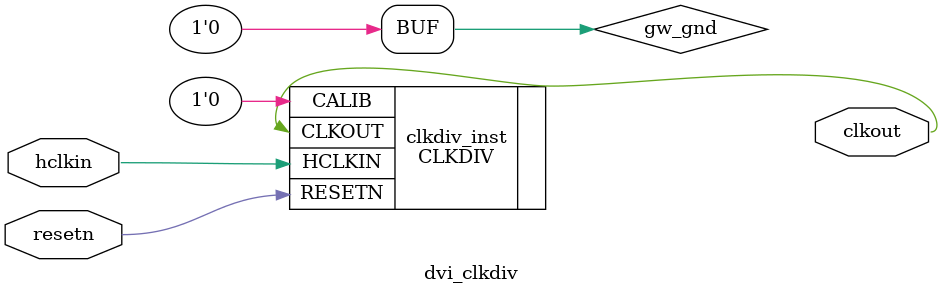
<source format=v>

module dvi_clkdiv (clkout, hclkin, resetn);

output clkout;
input hclkin;
input resetn;

wire gw_gnd;

assign gw_gnd = 1'b0;

CLKDIV clkdiv_inst (
    .CLKOUT(clkout),
    .HCLKIN(hclkin),
    .RESETN(resetn),
    .CALIB(gw_gnd)
);

defparam clkdiv_inst.DIV_MODE = "5";
defparam clkdiv_inst.GSREN = "false";

endmodule //dvi_clkdiv

</source>
